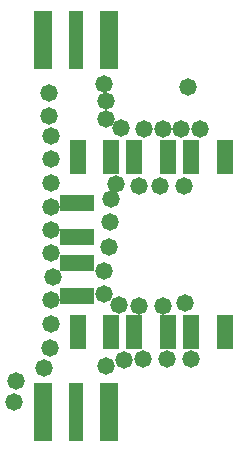
<source format=gbr>
%TF.GenerationSoftware,Altium Limited,Altium Designer,20.0.10 (225)*%
G04 Layer_Color=8388736*
%FSLAX26Y26*%
%MOIN*%
%TF.FileFunction,Soldermask,Top*%
%TF.Part,Single*%
G01*
G75*
%TA.AperFunction,SMDPad,CuDef*%
%ADD10R,0.047244X0.196850*%
%ADD11R,0.062992X0.196850*%
%TA.AperFunction,ViaPad*%
%ADD17C,0.058000*%
%TA.AperFunction,SMDPad,CuDef*%
%ADD20R,0.057213X0.114299*%
%ADD21R,0.114299X0.057213*%
D10*
X4735650Y3514173D02*
D03*
Y4753543D02*
D03*
D11*
X4844705Y3514173D02*
D03*
X4626595D02*
D03*
X4844705Y4753543D02*
D03*
X4626595D02*
D03*
D17*
X4830000Y4605000D02*
D03*
X4835000Y4550000D02*
D03*
X4645000Y4575000D02*
D03*
X4651374Y4354943D02*
D03*
X4651390Y4434470D02*
D03*
X4645000Y4500000D02*
D03*
X4835000Y4490000D02*
D03*
X4867563Y4273740D02*
D03*
X5110000Y4595000D02*
D03*
X5095000Y4265000D02*
D03*
X4651083Y4121092D02*
D03*
X5015000Y4265000D02*
D03*
X4945000D02*
D03*
X4647382Y3726074D02*
D03*
X4835000Y3665000D02*
D03*
X4530000Y3545000D02*
D03*
X4535000Y3615000D02*
D03*
X5024022Y3867192D02*
D03*
X4944494D02*
D03*
X4960069Y3691069D02*
D03*
X5039592Y3690289D02*
D03*
X5119120D02*
D03*
X5100000Y3875000D02*
D03*
X5085000Y4455000D02*
D03*
X5025000D02*
D03*
X4960672Y4455266D02*
D03*
X5150000Y4455000D02*
D03*
X4884254Y4459176D02*
D03*
X4651260Y4275415D02*
D03*
X4650781Y4195889D02*
D03*
X4651796Y4043418D02*
D03*
X4659057Y3964223D02*
D03*
X4650781Y3885127D02*
D03*
X4651390Y3805602D02*
D03*
X4630000Y3660000D02*
D03*
X4895000Y3685000D02*
D03*
X4880000Y3870000D02*
D03*
X4827684Y3904945D02*
D03*
X4827417Y3984472D02*
D03*
X4846786Y4061630D02*
D03*
X4849192Y4146745D02*
D03*
X4852292Y4221964D02*
D03*
D20*
X5119532Y4361890D02*
D03*
X5231736D02*
D03*
X4929532D02*
D03*
X5041736D02*
D03*
X4740634D02*
D03*
X4852839D02*
D03*
X5119532Y3778740D02*
D03*
X5231736D02*
D03*
X4929532D02*
D03*
X5041736D02*
D03*
X4740634D02*
D03*
X4852839D02*
D03*
D21*
X4739232Y4209646D02*
D03*
Y4097441D02*
D03*
Y4011102D02*
D03*
Y3898898D02*
D03*
%TF.MD5,cb93f9e2cac522372c6d92f256f44557*%
M02*

</source>
